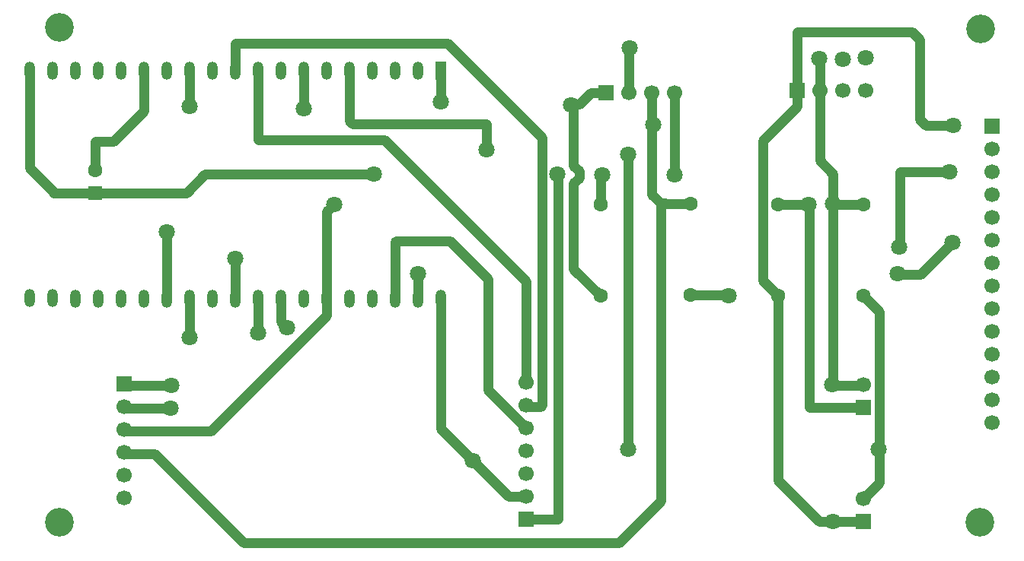
<source format=gbr>
%TF.GenerationSoftware,KiCad,Pcbnew,9.0.2*%
%TF.CreationDate,2025-12-19T14:33:50+01:00*%
%TF.ProjectId,SkyClock32,536b7943-6c6f-4636-9b33-322e6b696361,rev?*%
%TF.SameCoordinates,PX4524320PY6997400*%
%TF.FileFunction,Copper,L2,Bot*%
%TF.FilePolarity,Positive*%
%FSLAX46Y46*%
G04 Gerber Fmt 4.6, Leading zero omitted, Abs format (unit mm)*
G04 Created by KiCad (PCBNEW 9.0.2) date 2025-12-19 14:33:50*
%MOMM*%
%LPD*%
G01*
G04 APERTURE LIST*
G04 Aperture macros list*
%AMRoundRect*
0 Rectangle with rounded corners*
0 $1 Rounding radius*
0 $2 $3 $4 $5 $6 $7 $8 $9 X,Y pos of 4 corners*
0 Add a 4 corners polygon primitive as box body*
4,1,4,$2,$3,$4,$5,$6,$7,$8,$9,$2,$3,0*
0 Add four circle primitives for the rounded corners*
1,1,$1+$1,$2,$3*
1,1,$1+$1,$4,$5*
1,1,$1+$1,$6,$7*
1,1,$1+$1,$8,$9*
0 Add four rect primitives between the rounded corners*
20,1,$1+$1,$2,$3,$4,$5,0*
20,1,$1+$1,$4,$5,$6,$7,0*
20,1,$1+$1,$6,$7,$8,$9,0*
20,1,$1+$1,$8,$9,$2,$3,0*%
G04 Aperture macros list end*
%TA.AperFunction,ComponentPad*%
%ADD10R,1.700000X1.700000*%
%TD*%
%TA.AperFunction,ComponentPad*%
%ADD11C,1.700000*%
%TD*%
%TA.AperFunction,ComponentPad*%
%ADD12R,1.200000X2.000000*%
%TD*%
%TA.AperFunction,ComponentPad*%
%ADD13O,1.200000X2.000000*%
%TD*%
%TA.AperFunction,ComponentPad*%
%ADD14C,1.600000*%
%TD*%
%TA.AperFunction,ComponentPad*%
%ADD15RoundRect,0.250000X0.550000X-0.550000X0.550000X0.550000X-0.550000X0.550000X-0.550000X-0.550000X0*%
%TD*%
%TA.AperFunction,ViaPad*%
%ADD16C,3.200000*%
%TD*%
%TA.AperFunction,ViaPad*%
%ADD17C,1.800000*%
%TD*%
%TA.AperFunction,Conductor*%
%ADD18C,1.100000*%
%TD*%
G04 APERTURE END LIST*
D10*
%TO.P,J5,1,Pin_1*%
%TO.N,Net-(J1-Pin_1)*%
X65670000Y51220000D03*
D11*
%TO.P,J5,2,Pin_2*%
%TO.N,Net-(J1-Pin_2)*%
X68210000Y51220000D03*
%TO.P,J5,3,Pin_3*%
%TO.N,Net-(J3-Pin_4)*%
X70750000Y51220000D03*
%TO.P,J5,4,Pin_4*%
%TO.N,Net-(J3-Pin_3)*%
X73290000Y51220000D03*
%TD*%
D12*
%TO.P,U1,1,3V3*%
%TO.N,Net-(J1-Pin_1)*%
X47280000Y53720000D03*
D13*
%TO.P,U1,2,EN*%
%TO.N,unconnected-(U1-EN-Pad2)*%
X44740000Y53720000D03*
%TO.P,U1,3,SENSOR_VP*%
%TO.N,unconnected-(U1-SENSOR_VP-Pad3)*%
X42200000Y53720000D03*
%TO.P,U1,4,SENSOR_VN*%
%TO.N,unconnected-(U1-SENSOR_VN-Pad4)*%
X39660000Y53720000D03*
%TO.P,U1,5,IO34*%
%TO.N,Net-(J7-Pin_2)*%
X37120000Y53720000D03*
%TO.P,U1,6,IO35*%
%TO.N,unconnected-(U1-IO35-Pad6)*%
X34580000Y53720000D03*
%TO.P,U1,7,IO32*%
%TO.N,Net-(J3-Pin_4)*%
X32040000Y53720000D03*
%TO.P,U1,8,IO33*%
%TO.N,unconnected-(U1-IO33-Pad8)*%
X29500000Y53720000D03*
%TO.P,U1,9,IO25*%
%TO.N,Net-(J2-Pin_7)*%
X26960000Y53720000D03*
%TO.P,U1,10,IO26*%
%TO.N,Net-(J2-Pin_6)*%
X24420000Y53720000D03*
%TO.P,U1,11,IO27*%
%TO.N,unconnected-(U1-IO27-Pad11)*%
X21880000Y53720000D03*
%TO.P,U1,12,IO14*%
%TO.N,Net-(J6-Pin_1)*%
X19340000Y53720000D03*
%TO.P,U1,13,IO12*%
%TO.N,unconnected-(U1-IO12-Pad13)*%
X16800000Y53720000D03*
%TO.P,U1,14,GND1*%
%TO.N,Net-(U1-GND1)*%
X14260000Y53720000D03*
%TO.P,U1,15,IO13*%
%TO.N,unconnected-(U1-IO13-Pad15)*%
X11720000Y53720000D03*
%TO.P,U1,16,SD2*%
%TO.N,unconnected-(U1-SD2-Pad16)*%
X9180000Y53720000D03*
%TO.P,U1,17,SD3*%
%TO.N,unconnected-(U1-SD3-Pad17)*%
X6640000Y53720000D03*
%TO.P,U1,18,CMD*%
%TO.N,unconnected-(U1-CMD-Pad18)*%
X4100000Y53720000D03*
%TO.P,U1,19,EXT_5V*%
%TO.N,Net-(J2-Pin_1)*%
X1560000Y53720000D03*
%TO.P,U1,20,CLK*%
%TO.N,unconnected-(U1-CLK-Pad20)*%
X1562720Y28323680D03*
%TO.P,U1,21,SD0*%
%TO.N,unconnected-(U1-SD0-Pad21)*%
X4102720Y28323680D03*
%TO.P,U1,22,SD1*%
%TO.N,unconnected-(U1-SD1-Pad22)*%
X6640000Y28320000D03*
%TO.P,U1,23,IO15*%
%TO.N,unconnected-(U1-IO15-Pad23)*%
X9180000Y28320000D03*
%TO.P,U1,24,IO2*%
%TO.N,unconnected-(U1-IO2-Pad24)*%
X11720000Y28320000D03*
%TO.P,U1,25,IO0*%
%TO.N,unconnected-(U1-IO0-Pad25)*%
X14260000Y28320000D03*
%TO.P,U1,26,IO4*%
%TO.N,Net-(J1-Pin_4)*%
X16800000Y28320000D03*
%TO.P,U1,27,IO16*%
%TO.N,Net-(J1-Pin_8)*%
X19340000Y28320000D03*
%TO.P,U1,28,IO17*%
%TO.N,unconnected-(U1-IO17-Pad28)*%
X21880000Y28320000D03*
%TO.P,U1,29,IO5*%
%TO.N,Net-(J1-Pin_3)*%
X24420000Y28320000D03*
%TO.P,U1,30,IO18*%
%TO.N,Net-(J1-Pin_7)*%
X26960000Y28320000D03*
%TO.P,U1,31,IO19*%
%TO.N,Net-(J1-Pin_5)*%
X29500000Y28320000D03*
%TO.P,U1,32,GND2*%
%TO.N,unconnected-(U1-GND2-Pad32)*%
X32040000Y28320000D03*
%TO.P,U1,33,IO21*%
%TO.N,Net-(J3-Pin_3)*%
X34580000Y28320000D03*
%TO.P,U1,34,RXD0*%
%TO.N,unconnected-(U1-RXD0-Pad34)*%
X37120000Y28320000D03*
%TO.P,U1,35,TXD0*%
%TO.N,unconnected-(U1-TXD0-Pad35)*%
X39660000Y28320000D03*
%TO.P,U1,36,IO22*%
%TO.N,Net-(J2-Pin_5)*%
X42200000Y28320000D03*
%TO.P,U1,37,IO23*%
%TO.N,Net-(J1-Pin_6)*%
X44740000Y28320000D03*
%TO.P,U1,38,GND3*%
%TO.N,Net-(J1-Pin_2)*%
X47280000Y28320000D03*
%TD*%
D14*
%TO.P,R2,1*%
%TO.N,Net-(J1-Pin_1)*%
X75000000Y28720000D03*
%TO.P,R2,2*%
%TO.N,Net-(J3-Pin_4)*%
X75000000Y38880000D03*
%TD*%
D10*
%TO.P,J7,1,Pin_1*%
%TO.N,Net-(J1-Pin_1)*%
X94250000Y3445000D03*
D11*
%TO.P,J7,2,Pin_2*%
%TO.N,Net-(J7-Pin_2)*%
X94250000Y5985000D03*
%TD*%
D10*
%TO.P,J6,1,Pin_1*%
%TO.N,Net-(J6-Pin_1)*%
X94250000Y16180000D03*
D11*
%TO.P,J6,2,Pin_2*%
%TO.N,Net-(J1-Pin_2)*%
X94250000Y18720000D03*
%TD*%
D10*
%TO.P,J4,1,Pin_1*%
%TO.N,Net-(J1-Pin_1)*%
X86890000Y51470000D03*
D11*
%TO.P,J4,2,Pin_2*%
%TO.N,Net-(J1-Pin_2)*%
X89430000Y51470000D03*
%TO.P,J4,3,Pin_3*%
%TO.N,Net-(J3-Pin_4)*%
X91970000Y51470000D03*
%TO.P,J4,4,Pin_4*%
%TO.N,Net-(J3-Pin_3)*%
X94510000Y51470000D03*
%TD*%
D15*
%TO.P,C1,1*%
%TO.N,Net-(J2-Pin_1)*%
X8810000Y40070000D03*
D14*
%TO.P,C1,2*%
%TO.N,Net-(U1-GND1)*%
X8810000Y42570000D03*
%TD*%
%TO.P,R4,1*%
%TO.N,Net-(J7-Pin_2)*%
X94280000Y28640000D03*
%TO.P,R4,2*%
%TO.N,Net-(J1-Pin_2)*%
X94280000Y38800000D03*
%TD*%
%TO.P,R3,1*%
%TO.N,Net-(J1-Pin_1)*%
X84750000Y28640000D03*
%TO.P,R3,2*%
%TO.N,Net-(J6-Pin_1)*%
X84750000Y38800000D03*
%TD*%
D10*
%TO.P,J2,1,Pin_1*%
%TO.N,Net-(J2-Pin_1)*%
X56720000Y3720000D03*
D11*
%TO.P,J2,2,Pin_2*%
%TO.N,Net-(J1-Pin_2)*%
X56720000Y6260000D03*
%TO.P,J2,3,Pin_3*%
%TO.N,unconnected-(J2-Pin_3-Pad3)*%
X56720000Y8800000D03*
%TO.P,J2,4,Pin_4*%
%TO.N,unconnected-(J2-Pin_4-Pad4)*%
X56720000Y11340000D03*
%TO.P,J2,5,Pin_5*%
%TO.N,Net-(J2-Pin_5)*%
X56720000Y13880000D03*
%TO.P,J2,6,Pin_6*%
%TO.N,Net-(J2-Pin_6)*%
X56720000Y16420000D03*
%TO.P,J2,7,Pin_7*%
%TO.N,Net-(J2-Pin_7)*%
X56720000Y18960000D03*
%TD*%
D10*
%TO.P,J3,1,Pin_1*%
%TO.N,Net-(J1-Pin_2)*%
X12060000Y18840000D03*
D11*
%TO.P,J3,2,Pin_2*%
%TO.N,Net-(J1-Pin_1)*%
X12060000Y16300000D03*
%TO.P,J3,3,Pin_3*%
%TO.N,Net-(J3-Pin_3)*%
X12060000Y13760000D03*
%TO.P,J3,4,Pin_4*%
%TO.N,Net-(J3-Pin_4)*%
X12060000Y11220000D03*
%TO.P,J3,5,Pin_5*%
%TO.N,unconnected-(J3-Pin_5-Pad5)*%
X12060000Y8680000D03*
%TO.P,J3,6,Pin_6*%
%TO.N,unconnected-(J3-Pin_6-Pad6)*%
X12060000Y6140000D03*
%TD*%
D10*
%TO.P,J1,1,Pin_1*%
%TO.N,Net-(J1-Pin_1)*%
X108570000Y47470000D03*
D11*
%TO.P,J1,2,Pin_2*%
%TO.N,Net-(J1-Pin_2)*%
X108570000Y44930000D03*
%TO.P,J1,3,Pin_3*%
%TO.N,Net-(J1-Pin_3)*%
X108570000Y42390000D03*
%TO.P,J1,4,Pin_4*%
%TO.N,Net-(J1-Pin_4)*%
X108570000Y39850000D03*
%TO.P,J1,5,Pin_5*%
%TO.N,Net-(J1-Pin_5)*%
X108570000Y37310000D03*
%TO.P,J1,6,Pin_6*%
%TO.N,Net-(J1-Pin_6)*%
X108570000Y34770000D03*
%TO.P,J1,7,Pin_7*%
%TO.N,Net-(J1-Pin_7)*%
X108570000Y32230000D03*
%TO.P,J1,8,Pin_8*%
%TO.N,Net-(J1-Pin_8)*%
X108570000Y29690000D03*
%TO.P,J1,9,Pin_9*%
%TO.N,unconnected-(J1-Pin_9-Pad9)*%
X108570000Y27150000D03*
%TO.P,J1,10,Pin_10*%
%TO.N,unconnected-(J1-Pin_10-Pad10)*%
X108570000Y24610000D03*
%TO.P,J1,11,Pin_11*%
%TO.N,unconnected-(J1-Pin_11-Pad11)*%
X108570000Y22070000D03*
%TO.P,J1,12,Pin_12*%
%TO.N,unconnected-(J1-Pin_12-Pad12)*%
X108570000Y19530000D03*
%TO.P,J1,13,Pin_13*%
%TO.N,unconnected-(J1-Pin_13-Pad13)*%
X108570000Y16990000D03*
%TO.P,J1,14,Pin_14*%
%TO.N,unconnected-(J1-Pin_14-Pad14)*%
X108570000Y14450000D03*
%TD*%
D14*
%TO.P,R1,1*%
%TO.N,Net-(J1-Pin_1)*%
X65000000Y28640000D03*
%TO.P,R1,2*%
%TO.N,Net-(J3-Pin_3)*%
X65000000Y38800000D03*
%TD*%
D16*
%TO.N,*%
X4870000Y58510000D03*
X107170000Y3420000D03*
X4810000Y3390000D03*
X107270000Y58310000D03*
D17*
%TO.N,Net-(J1-Pin_6)*%
X98100000Y31040000D03*
X44740000Y31043973D03*
X104190000Y34580000D03*
%TO.N,Net-(J1-Pin_7)*%
X26960000Y24470000D03*
%TO.N,Net-(J1-Pin_8)*%
X19340000Y23970000D03*
%TO.N,Net-(J1-Pin_1)*%
X17220000Y16090000D03*
X61750000Y49850000D03*
X79250000Y28640000D03*
X90870000Y3445000D03*
X104200000Y47570000D03*
X47280000Y50220000D03*
%TO.N,Net-(J1-Pin_2)*%
X68250000Y56220000D03*
X50840000Y10220000D03*
X89350000Y55000000D03*
X90740000Y18720000D03*
X90840000Y38890000D03*
X17270000Y18630000D03*
%TO.N,Net-(J1-Pin_4)*%
X16800000Y35720000D03*
%TO.N,Net-(J1-Pin_5)*%
X30124096Y25094096D03*
%TO.N,Net-(J1-Pin_3)*%
X24420000Y32780000D03*
X103790000Y42420000D03*
X98243000Y34067000D03*
%TO.N,Net-(J2-Pin_1)*%
X39790000Y42130000D03*
X60190000Y42130000D03*
%TO.N,Net-(J3-Pin_3)*%
X73280000Y42095400D03*
X65250000Y42095400D03*
X94505000Y55094000D03*
X35389800Y38800000D03*
%TO.N,Net-(J3-Pin_4)*%
X32040000Y49470000D03*
X70860000Y47700000D03*
X91965000Y54945000D03*
%TO.N,Net-(J6-Pin_1)*%
X88180000Y38800000D03*
X19340000Y49720000D03*
%TO.N,Net-(J7-Pin_2)*%
X52310000Y44880000D03*
X68110000Y11490000D03*
X95970000Y11510000D03*
X68110000Y44360000D03*
%TD*%
D18*
%TO.N,Net-(J3-Pin_4)*%
X71700000Y5720000D02*
X71700000Y38920000D01*
X67090000Y1110000D02*
X71700000Y5720000D01*
X25330000Y1110000D02*
X67090000Y1110000D01*
X15430000Y11010000D02*
X25330000Y1110000D01*
X12270000Y11010000D02*
X15430000Y11010000D01*
X12060000Y11220000D02*
X12270000Y11010000D01*
%TO.N,Net-(J2-Pin_6)*%
X56870000Y16270000D02*
X56720000Y16420000D01*
X58478400Y16398400D02*
X58350000Y16270000D01*
X58478400Y46241600D02*
X58478400Y16398400D01*
X58350000Y16270000D02*
X56870000Y16270000D01*
X48000000Y56720000D02*
X58478400Y46241600D01*
X24420000Y56720000D02*
X48000000Y56720000D01*
X24420000Y53720000D02*
X24420000Y56720000D01*
%TO.N,Net-(J1-Pin_1)*%
X62030000Y31610000D02*
X65000000Y28640000D01*
X62030000Y41140158D02*
X62030000Y31610000D01*
X62650000Y41760158D02*
X62030000Y41140158D01*
X62650000Y42499842D02*
X62650000Y41760158D01*
X62030000Y49570000D02*
X62030000Y43119842D01*
X61750000Y49850000D02*
X62030000Y49570000D01*
X62030000Y43119842D02*
X62650000Y42499842D01*
%TO.N,Net-(J1-Pin_3)*%
X24420000Y32780000D02*
X24420000Y28320000D01*
X98300000Y42420000D02*
X103790000Y42420000D01*
X98243000Y34067000D02*
X98300000Y34124000D01*
X98300000Y34124000D02*
X98300000Y42420000D01*
%TO.N,Net-(J1-Pin_6)*%
X98150000Y30990000D02*
X100600000Y30990000D01*
X98100000Y31040000D02*
X98150000Y30990000D01*
X100600000Y30990000D02*
X104190000Y34580000D01*
X44740000Y31043973D02*
X44740000Y28320000D01*
%TO.N,Net-(J1-Pin_1)*%
X61750000Y49900000D02*
X61750000Y49850000D01*
X89335000Y3445000D02*
X94250000Y3445000D01*
X79170000Y28720000D02*
X79250000Y28640000D01*
X83040000Y45868300D02*
X83040000Y30350000D01*
X84750000Y8030000D02*
X89335000Y3445000D01*
X47280000Y53720000D02*
X47280000Y50220000D01*
X84750000Y28640000D02*
X84750000Y8030000D01*
%TO.N,Net-(J1-Pin_2)*%
X94270000Y38790000D02*
X94280000Y38800000D01*
%TO.N,Net-(J1-Pin_8)*%
X19340000Y28320000D02*
X19340000Y23970000D01*
%TO.N,Net-(J1-Pin_7)*%
X26960000Y28320000D02*
X26960000Y24470000D01*
%TO.N,Net-(J1-Pin_1)*%
X86890000Y49718300D02*
X83040000Y45868300D01*
X63910000Y51220000D02*
X62630000Y49940000D01*
X104200000Y47570000D02*
X101207000Y47570000D01*
X86890000Y51470000D02*
X86890000Y49718300D01*
X65670000Y51220000D02*
X63910000Y51220000D01*
X61710000Y49940000D02*
X61750000Y49900000D01*
X17220000Y16090000D02*
X12270000Y16090000D01*
X83040000Y30350000D02*
X84750000Y28640000D01*
X101207000Y47570000D02*
X100474000Y48303000D01*
X62630000Y49940000D02*
X61710000Y49940000D01*
X75000000Y28720000D02*
X79170000Y28720000D01*
X12270000Y16090000D02*
X12060000Y16300000D01*
%TO.N,Net-(J1-Pin_2)*%
X89430000Y43650000D02*
X89430000Y51470000D01*
X90900000Y38950000D02*
X90840000Y38890000D01*
X89430000Y54780000D02*
X89380000Y54830000D01*
X91470000Y38800000D02*
X94280000Y38800000D01*
X94170000Y18640000D02*
X94250000Y18720000D01*
X91380000Y38890000D02*
X91470000Y38800000D01*
X91030000Y18640000D02*
X94170000Y18640000D01*
X90840000Y38890000D02*
X91380000Y38890000D01*
X12060000Y18840000D02*
X12270000Y18630000D01*
X56720000Y6260000D02*
X54800000Y6260000D01*
X90840000Y18830000D02*
X91030000Y18640000D01*
X47280000Y13780000D02*
X47280000Y28320000D01*
X12270000Y18630000D02*
X17270000Y18630000D01*
X90840000Y38890000D02*
X90840000Y18830000D01*
X90900000Y42180000D02*
X90900000Y38950000D01*
X68210000Y51220000D02*
X68210000Y56180000D01*
X89430000Y51470000D02*
X89430000Y54780000D01*
X54800000Y6260000D02*
X47280000Y13780000D01*
X68210000Y56180000D02*
X68250000Y56220000D01*
X90900000Y42180000D02*
X89430000Y43650000D01*
%TO.N,Net-(J1-Pin_5)*%
X29500000Y25718192D02*
X30124096Y25094096D01*
X29500000Y28320000D02*
X29500000Y25718192D01*
%TO.N,Net-(J1-Pin_4)*%
X16800000Y35720000D02*
X16800000Y28320000D01*
%TO.N,Net-(J1-Pin_3)*%
X103790000Y42420000D02*
X104005000Y42205000D01*
%TO.N,Net-(J2-Pin_1)*%
X56720000Y3720000D02*
X56730000Y3730000D01*
X60280000Y3730000D02*
X60260000Y3750000D01*
X8810000Y40070000D02*
X4200000Y40070000D01*
X56730000Y3730000D02*
X60280000Y3730000D01*
X1560000Y42830000D02*
X1560000Y53720000D01*
X4200000Y40070000D02*
X4200000Y40190000D01*
X60260000Y3750000D02*
X60260000Y42060000D01*
X4200000Y40190000D02*
X1560000Y42830000D01*
X39790000Y42130000D02*
X21010000Y42130000D01*
X1500000Y53660000D02*
X1560000Y53720000D01*
X39790000Y42130000D02*
X39870000Y42130000D01*
X18950000Y40070000D02*
X8810000Y40070000D01*
X21010000Y42130000D02*
X18950000Y40070000D01*
%TO.N,Net-(J2-Pin_7)*%
X26960000Y45970000D02*
X26960000Y53720000D01*
%TO.N,Net-(J2-Pin_5)*%
X42200000Y34670000D02*
X42200000Y28320000D01*
X42250000Y34720000D02*
X42200000Y34670000D01*
%TO.N,Net-(J3-Pin_3)*%
X34580000Y26418300D02*
X34580000Y28320000D01*
X21711700Y13550000D02*
X34580000Y26418300D01*
%TO.N,Net-(J2-Pin_7)*%
X41000000Y45970000D02*
X26960000Y45970000D01*
%TO.N,Net-(J3-Pin_3)*%
X34580000Y37990200D02*
X35389800Y38800000D01*
X73280000Y42095400D02*
X73280000Y42644000D01*
X73290000Y42654000D02*
X73290000Y51220000D01*
X73280000Y42644000D02*
X73290000Y42654000D01*
%TO.N,Net-(J2-Pin_7)*%
X56720000Y30250000D02*
X41000000Y45970000D01*
%TO.N,Net-(J3-Pin_3)*%
X12060000Y13760000D02*
X12270000Y13550000D01*
%TO.N,Net-(J2-Pin_5)*%
X52472800Y18127200D02*
X52472800Y30497200D01*
%TO.N,Net-(J3-Pin_3)*%
X65000000Y41845400D02*
X65250000Y42095400D01*
%TO.N,Net-(J2-Pin_1)*%
X60260000Y42060000D02*
X60190000Y42130000D01*
%TO.N,Net-(J3-Pin_3)*%
X12270000Y13550000D02*
X21711700Y13550000D01*
%TO.N,Net-(J2-Pin_5)*%
X48250000Y34720000D02*
X42250000Y34720000D01*
X56720000Y13880000D02*
X52472800Y18127200D01*
%TO.N,Net-(J2-Pin_7)*%
X56720000Y18960000D02*
X56720000Y30250000D01*
%TO.N,Net-(J3-Pin_3)*%
X65000000Y38800000D02*
X65000000Y41845400D01*
X34580000Y28320000D02*
X34580000Y37990200D01*
%TO.N,Net-(J2-Pin_5)*%
X52472800Y30497200D02*
X48250000Y34720000D01*
%TO.N,Net-(J3-Pin_4)*%
X72230000Y38920000D02*
X72270000Y38880000D01*
%TO.N,Net-(J6-Pin_1)*%
X88180000Y38800000D02*
X84750000Y38800000D01*
X88230000Y38800000D02*
X88180000Y38800000D01*
X88230000Y16180000D02*
X88230000Y38800000D01*
%TO.N,Net-(J7-Pin_2)*%
X52340000Y47790000D02*
X52340000Y44910000D01*
X37120000Y53720000D02*
X37120000Y48130000D01*
X96041900Y26878100D02*
X94280000Y28640000D01*
X96041900Y7776900D02*
X94250000Y5985000D01*
X68110000Y44360000D02*
X68110000Y11490000D01*
%TO.N,Net-(J3-Pin_4)*%
X32040000Y53720000D02*
X32040000Y49470000D01*
%TO.N,Net-(J7-Pin_2)*%
X37120000Y48130000D02*
X37300000Y47950000D01*
%TO.N,Net-(J6-Pin_1)*%
X19340000Y53720000D02*
X19340000Y49720000D01*
%TO.N,Net-(J7-Pin_2)*%
X95970000Y11510000D02*
X96041900Y11581900D01*
%TO.N,Net-(J3-Pin_4)*%
X72270000Y38880000D02*
X75000000Y38880000D01*
%TO.N,Net-(J7-Pin_2)*%
X96041900Y11438100D02*
X96041900Y7776900D01*
%TO.N,Net-(J3-Pin_4)*%
X71700000Y38920000D02*
X70750000Y39870000D01*
X70750000Y39870000D02*
X70750000Y51220000D01*
%TO.N,Net-(J7-Pin_2)*%
X96041900Y11581900D02*
X96041900Y26878100D01*
%TO.N,Net-(J6-Pin_1)*%
X94250000Y16180000D02*
X88230000Y16180000D01*
%TO.N,Net-(J3-Pin_4)*%
X71700000Y38920000D02*
X72230000Y38920000D01*
%TO.N,Net-(U1-GND1)*%
X14260000Y53720000D02*
X14260000Y49230000D01*
X14260000Y49230000D02*
X10870000Y45840000D01*
X8810000Y45820000D02*
X8810000Y42570000D01*
%TO.N,Net-(J7-Pin_2)*%
X52340000Y44910000D02*
X52310000Y44880000D01*
X95970000Y11510000D02*
X96041900Y11438100D01*
X37460000Y47790000D02*
X52340000Y47790000D01*
%TO.N,Net-(U1-GND1)*%
X8790000Y45840000D02*
X8810000Y45820000D01*
%TO.N,Net-(J7-Pin_2)*%
X37300000Y47950000D02*
X37460000Y47790000D01*
%TO.N,Net-(U1-GND1)*%
X10870000Y45840000D02*
X8790000Y45840000D01*
%TO.N,Net-(J1-Pin_1)*%
X86890000Y57960000D02*
X86890000Y51470000D01*
X100474000Y57126000D02*
X99640000Y57960000D01*
X100474000Y48303000D02*
X100474000Y57126000D01*
X99640000Y57960000D02*
X86890000Y57960000D01*
%TD*%
M02*

</source>
